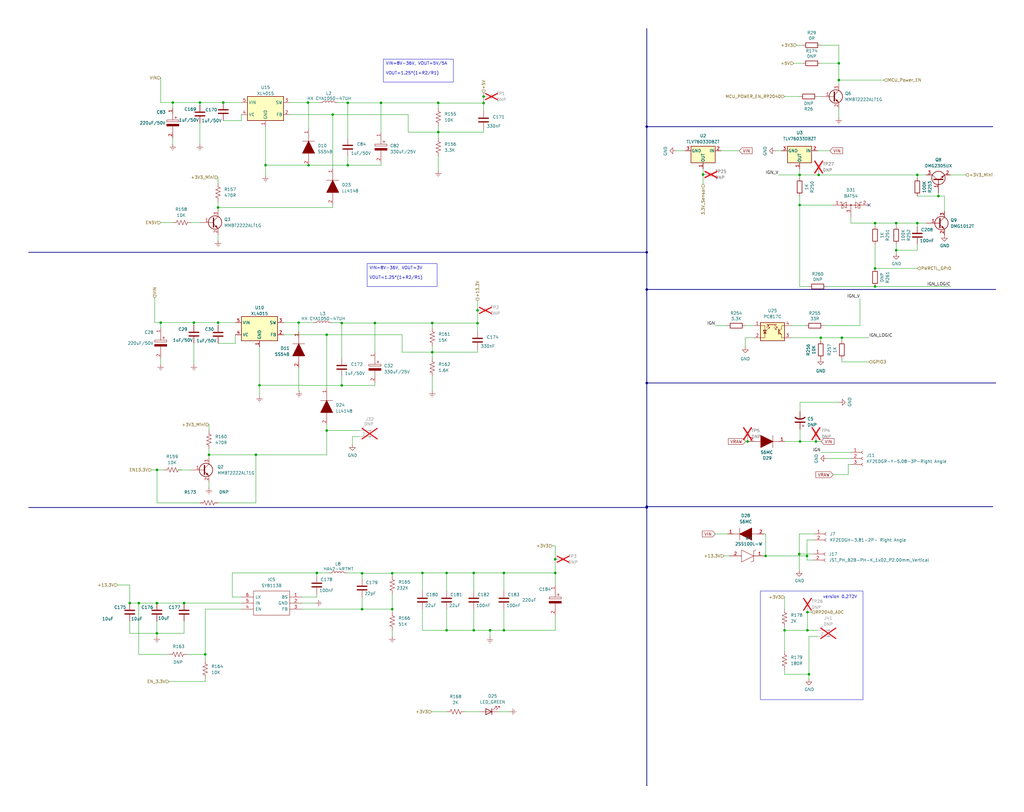
<source format=kicad_sch>
(kicad_sch (version 20231120) (generator "eeschema") (generator_version "8.0")
  (paper "User" 431 342)
  (junction (at 77.47 254))
  (junction (at 87.9567 191.5238))
  (junction (at 109.22 162.2591))
  (junction (at 66.04 266.7))
  (junction (at 295.91 73.4937))
  (junction (at 81.6019 135.89))
  (junction (at 314.6262 185.9298))
  (junction (at 133.35 241.3))
  (junction (at 66.04 254))
  (junction (at 200.9867 136.109))
  (junction (at 212.09 265.43))
  (junction (at 84.1419 43.18))
  (junction (at 160.3467 43.3232))
  (junction (at 181.9367 148.3438))
  (junction (at 386.08 73.66))
  (junction (at 345.44 142.24))
  (junction (at 129.5952 43.18))
  (junction (at 272.2111 106.2507))
  (junction (at 368.3 93.98))
  (junction (at 91.7921 135.89))
  (junction (at 272.2111 161.29))
  (junction (at 137.4867 181.3307))
  (junction (at 339.8499 265.43))
  (junction (at 368.3 120.65))
  (junction (at 72.7125 43.18))
  (junction (at 344.5606 73.66))
  (junction (at 368.3 113.03))
  (junction (at 184.4767 55.6338))
  (junction (at 212.09 241.3))
  (junction (at 330.2 265.43))
  (junction (at 354.33 142.24))
  (junction (at 203.5267 40.6677))
  (junction (at 137.4867 140.97))
  (junction (at 336.3771 233.348))
  (junction (at 111.76 69.5491))
  (junction (at 107.7044 191.5238))
  (junction (at 377.19 105.41))
  (junction (at 165.1 241.4213))
  (junction (at 336.722 185.9298))
  (junction (at 152.4 241.4213))
  (junction (at 336.55 86.36))
  (junction (at 336.55 73.66))
  (junction (at 339.6674 234.1477))
  (junction (at 129.8667 69.6038))
  (junction (at 272.2111 121.92))
  (junction (at 322.2448 234.1477))
  (junction (at 206.248 265.43))
  (junction (at 177.8 241.3))
  (junction (at 200.9867 130.7165))
  (junction (at 377.19 93.98))
  (junction (at 394.97 82.55))
  (junction (at 233.68 241.3))
  (junction (at 272.2111 53.34))
  (junction (at 340.4851 283.9561))
  (junction (at 143.8367 162.3138))
  (junction (at 187.96 265.43))
  (junction (at 66.0848 197.8738))
  (junction (at 91.7667 87.3838))
  (junction (at 152.4 256.54))
  (junction (at 146.3767 43.3232))
  (junction (at 140.0267 48.26))
  (junction (at 199.39 241.3))
  (junction (at 353.06 33.7136))
  (junction (at 67.6367 135.89))
  (junction (at 339.8499 257.81))
  (junction (at 386.08 93.98))
  (junction (at 54.61 254))
  (junction (at 343.4226 185.9298))
  (junction (at 157.8067 136.0332))
  (junction (at 272.2111 213.36))
  (junction (at 181.8942 136.0332))
  (junction (at 143.8367 136.0332))
  (junction (at 93.98 43.18))
  (junction (at 86.36 275.59))
  (junction (at 353.06 26.67))
  (junction (at 58.42 254))
  (junction (at 272.2111 213.7291))
  (junction (at 125.6954 135.89))
  (junction (at 203.5267 43.399))
  (junction (at 165.1 256.54))
  (junction (at 187.96 241.3))
  (junction (at 146.3767 69.6038))
  (junction (at 184.4342 43.3232))
  (junction (at 233.68 235.5096))
  (junction (at 199.39 265.43))
  (no_connect (at 365.76 86.36))
  (wire (pts (xy 81.6019 135.89) (xy 91.7921 135.89)))
  (wire (pts (xy 86.36 275.59) (xy 86.36 278.13)))
  (wire (pts (xy 140.0267 87.3838) (xy 140.0267 86.1138)))
  (wire (pts (xy 91.7667 88.6167) (xy 91.7825 88.6167)))
  (wire (pts (xy 177.8 241.3) (xy 165.1 241.3)))
  (wire (pts (xy 129.8667 54.3638) (xy 129.8667 43.18)))
  (wire (pts (xy 181.61 299.72) (xy 187.96 299.72)))
  (wire (pts (xy 137.4867 178.8238) (xy 137.4867 181.3307)))
  (wire (pts (xy 97.79 251.46) (xy 97.79 241.3)))
  (wire (pts (xy 143.8367 158.5038) (xy 143.8367 162.3138)))
  (wire (pts (xy 358.14 93.98) (xy 368.3 93.98)))
  (wire (pts (xy 133.35 241.3) (xy 133.35 242.57)))
  (wire (pts (xy 58.42 254) (xy 66.04 254)))
  (bus (pts (xy 272.2111 213.36) (xy 417.83 213.36)))
  (wire (pts (xy 111.76 69.5491) (xy 111.76 73.1676)))
  (wire (pts (xy 169.2367 148.3438) (xy 181.9367 148.3438)))
  (wire (pts (xy 203.5267 40.6677) (xy 203.5267 43.399)))
  (wire (pts (xy 203.5267 43.399) (xy 203.5267 46.7438)))
  (wire (pts (xy 157.8067 162.3138) (xy 143.8367 162.3138)))
  (wire (pts (xy 336.55 73.66) (xy 344.5606 73.66)))
  (wire (pts (xy 165.1 241.3) (xy 165.1 241.4213)))
  (bus (pts (xy 272.2111 161.29) (xy 419.1 161.29)))
  (wire (pts (xy 81.6019 137.16) (xy 81.6067 137.16)))
  (wire (pts (xy 339.6674 234.1477) (xy 339.6674 235.888)))
  (wire (pts (xy 377.19 102.87) (xy 377.19 105.41)))
  (wire (pts (xy 54.61 266.7) (xy 66.04 266.7)))
  (wire (pts (xy 284.48 63.5) (xy 288.29 63.5)))
  (wire (pts (xy 330.372 185.9298) (xy 336.722 185.9298)))
  (wire (pts (xy 80.3367 93.6967) (xy 80.3367 93.7338)))
  (wire (pts (xy 326.39 63.5) (xy 328.93 63.5)))
  (wire (pts (xy 109.22 162.2591) (xy 109.22 165.8776)))
  (wire (pts (xy 91.7667 101.3538) (xy 91.7667 98.7767)))
  (wire (pts (xy 314.6262 185.9298) (xy 315.132 185.9298)))
  (wire (pts (xy 339.8499 257.81) (xy 339.8499 265.43)))
  (wire (pts (xy 137.4867 181.3307) (xy 151.13 181.3307)))
  (wire (pts (xy 111.76 53.34) (xy 111.76 69.5491)))
  (wire (pts (xy 199.39 256.54) (xy 199.39 265.43)))
  (wire (pts (xy 199.39 265.43) (xy 206.248 265.43)))
  (wire (pts (xy 87.9542 191.5238) (xy 87.9542 192.835)))
  (wire (pts (xy 304.7183 234.112) (xy 304.7183 234.1477)))
  (wire (pts (xy 75.2542 197.915) (xy 75.2542 197.8738)))
  (wire (pts (xy 342.2775 235.888) (xy 339.6674 235.888)))
  (wire (pts (xy 195.58 299.72) (xy 201.93 299.72)))
  (wire (pts (xy 66.04 267.97) (xy 66.04 266.7)))
  (wire (pts (xy 143.51 136.0332) (xy 143.8367 136.0332)))
  (wire (pts (xy 143.8367 136.0332) (xy 157.8067 136.0332)))
  (wire (pts (xy 160.3467 55.6338) (xy 160.3467 43.3232)))
  (wire (pts (xy 91.7667 98.7767) (xy 91.7825 98.7767)))
  (wire (pts (xy 317.5 142.24) (xy 313.69 142.24)))
  (wire (pts (xy 397.51 82.55) (xy 394.97 82.55)))
  (wire (pts (xy 206.248 265.43) (xy 206.248 268.224)))
  (wire (pts (xy 84.1419 43.18) (xy 93.98 43.18)))
  (wire (pts (xy 199.39 241.3) (xy 187.96 241.3)))
  (bus (pts (xy 272.2111 161.29) (xy 272.2111 213.36)))
  (wire (pts (xy 353.06 26.67) (xy 345.44 26.67)))
  (wire (pts (xy 165.1 257.81) (xy 165.1 256.54)))
  (wire (pts (xy 336.55 86.36) (xy 350.52 86.36)))
  (wire (pts (xy 233.68 259.08) (xy 233.68 265.43)))
  (wire (pts (xy 132.0501 135.89) (xy 132.0501 135.8854)))
  (wire (pts (xy 121.92 43.18) (xy 129.5952 43.18)))
  (bus (pts (xy 12.0996 213.7291) (xy 272.2111 213.7291)))
  (wire (pts (xy 336.55 73.66) (xy 336.55 74.93)))
  (wire (pts (xy 87.9567 178.8238) (xy 87.9567 181.3638)))
  (wire (pts (xy 66.04 254) (xy 77.47 254)))
  (wire (pts (xy 157.8067 161.0438) (xy 157.8067 162.3138)))
  (wire (pts (xy 209.55 299.72) (xy 214.63 299.72)))
  (wire (pts (xy 67.6367 138.1838) (xy 67.6367 135.89)))
  (wire (pts (xy 87.9567 191.5238) (xy 107.7044 191.5238)))
  (wire (pts (xy 345.612 185.9298) (xy 343.4226 185.9298)))
  (wire (pts (xy 140.0267 48.26) (xy 140.0267 70.8738)))
  (wire (pts (xy 67.6367 135.89) (xy 81.6019 135.89)))
  (bus (pts (xy 12.0738 106.2507) (xy 272.2111 106.2507)))
  (wire (pts (xy 137.4867 181.3307) (xy 137.4867 191.5238)))
  (wire (pts (xy 54.61 261.62) (xy 54.61 266.7)))
  (wire (pts (xy 330.2 251.46) (xy 330.2 256.54)))
  (wire (pts (xy 91.7667 74.6838) (xy 91.7667 77.2238)))
  (wire (pts (xy 336.55 71.12) (xy 336.55 73.66)))
  (wire (pts (xy 386.08 93.98) (xy 389.89 93.98)))
  (wire (pts (xy 101.6 251.46) (xy 97.79 251.46)))
  (wire (pts (xy 109.22 146.05) (xy 109.22 162.2591)))
  (wire (pts (xy 101.6 256.54) (xy 86.36 256.54)))
  (wire (pts (xy 368.3 113.03) (xy 386.08 113.03)))
  (wire (pts (xy 353.06 26.67) (xy 353.06 33.7136)))
  (wire (pts (xy 133.35 241.3) (xy 138.43 241.3)))
  (wire (pts (xy 67.6367 93.7338) (xy 72.7167 93.7338)))
  (wire (pts (xy 181.9367 148.3438) (xy 181.9367 150.8838)))
  (wire (pts (xy 137.4867 140.97) (xy 169.2367 140.97)))
  (wire (pts (xy 177.8 241.3) (xy 177.8 248.92)))
  (wire (pts (xy 187.96 241.3) (xy 177.8 241.3)))
  (wire (pts (xy 330.2 283.9561) (xy 340.4851 283.9561)))
  (wire (pts (xy 157.8067 148.3438) (xy 157.8067 136.0332)))
  (wire (pts (xy 65.0967 125.4838) (xy 65.0967 135.89)))
  (wire (pts (xy 212.09 256.54) (xy 212.09 265.43)))
  (wire (pts (xy 86.36 287.02) (xy 86.36 285.75)))
  (wire (pts (xy 171.7767 55.6338) (xy 184.4767 55.6338)))
  (wire (pts (xy 212.09 241.3) (xy 212.09 248.92)))
  (wire (pts (xy 78.74 275.59) (xy 86.36 275.59)))
  (wire (pts (xy 165.1 250.19) (xy 165.1 256.54)))
  (wire (pts (xy 129.8667 69.5491) (xy 129.8667 69.6038)))
  (wire (pts (xy 146.05 43.3232) (xy 146.3767 43.3232)))
  (wire (pts (xy 353.06 33.7136) (xy 372.11 33.7136)))
  (wire (pts (xy 67.6367 150.8838) (xy 67.6367 153.4238)))
  (wire (pts (xy 336.3771 224.8877) (xy 336.3771 233.348)))
  (wire (pts (xy 93.98 50.8) (xy 101.6 50.8)))
  (wire (pts (xy 148.336 183.896) (xy 148.336 187.198)))
  (bus (pts (xy 272.2111 53.34) (xy 272.2111 106.2507)))
  (bus (pts (xy 272.2111 121.92) (xy 419.1 121.92)))
  (wire (pts (xy 350.692 199.8998) (xy 357.042 199.8998)))
  (wire (pts (xy 151.13 183.896) (xy 148.336 183.896)))
  (wire (pts (xy 184.4767 55.6338) (xy 184.4767 58.1738)))
  (wire (pts (xy 200.9867 136.109) (xy 200.9867 139.4538)))
  (bus (pts (xy 272.2111 121.92) (xy 272.2111 161.29)))
  (wire (pts (xy 184.4342 43.3232) (xy 184.4767 43.3232)))
  (wire (pts (xy 87.9542 205.4938) (xy 87.9567 205.4938)))
  (wire (pts (xy 212.09 241.3) (xy 199.39 241.3)))
  (wire (pts (xy 72.7125 58.1395) (xy 72.7125 60.7138)))
  (wire (pts (xy 339.6674 227.4277) (xy 339.6674 234.1477)))
  (wire (pts (xy 303.53 63.5) (xy 311.15 63.5)))
  (wire (pts (xy 184.4767 53.0938) (xy 184.4767 55.6338)))
  (wire (pts (xy 81.6067 137.16) (xy 81.6067 136.9138)))
  (wire (pts (xy 181.9367 148.3438) (xy 200.9867 148.3438)))
  (wire (pts (xy 313.862 185.9298) (xy 314.6262 185.9298)))
  (wire (pts (xy 386.08 102.87) (xy 386.08 105.41)))
  (wire (pts (xy 87.9567 188.9838) (xy 87.9567 191.5238)))
  (wire (pts (xy 146.3767 65.7938) (xy 146.3767 69.6038)))
  (wire (pts (xy 129.8667 43.18) (xy 129.5952 43.18)))
  (wire (pts (xy 313.69 137.16) (xy 317.5 137.16)))
  (wire (pts (xy 63.8267 197.8738) (xy 66.0848 197.8738)))
  (wire (pts (xy 109.22 162.2591) (xy 127.3267 162.2591)))
  (bus (pts (xy 272.2111 106.2507) (xy 272.2111 121.92)))
  (wire (pts (xy 233.68 229.87) (xy 233.68 235.5096)))
  (wire (pts (xy 300.99 137.16) (xy 306.07 137.16)))
  (wire (pts (xy 336.55 86.36) (xy 336.55 120.65)))
  (wire (pts (xy 342.2775 233.348) (xy 336.3771 233.348)))
  (wire (pts (xy 146.3767 43.3232) (xy 160.3467 43.3232)))
  (wire (pts (xy 54.61 254) (xy 58.42 254)))
  (wire (pts (xy 322.2448 224.8972) (xy 322.2448 234.1477)))
  (wire (pts (xy 65.0967 135.89) (xy 67.6367 135.89)))
  (wire (pts (xy 340.4851 283.9561) (xy 340.4851 285.9585)))
  (wire (pts (xy 386.08 95.25) (xy 386.08 93.98)))
  (wire (pts (xy 336.3771 233.348) (xy 336.3771 240.1882)))
  (wire (pts (xy 101.6 50.8) (xy 101.6 48.26)))
  (wire (pts (xy 332.74 137.16) (xy 339.09 137.16)))
  (wire (pts (xy 77.47 254) (xy 101.6 254)))
  (wire (pts (xy 181.9367 138.1838) (xy 181.9367 136.0332)))
  (wire (pts (xy 152.4 241.3) (xy 152.4 241.4213)))
  (wire (pts (xy 49.53 246.38) (xy 54.61 246.38)))
  (wire (pts (xy 394.97 82.55) (xy 394.97 81.28)))
  (wire (pts (xy 181.9367 145.8038) (xy 181.9367 148.3438)))
  (wire (pts (xy 111.76 69.5491) (xy 129.8667 69.5491)))
  (wire (pts (xy 353.06 45.72) (xy 353.06 49.53)))
  (wire (pts (xy 160.3467 43.3232) (xy 184.4342 43.3232)))
  (bus (pts (xy 272.2111 213.36) (xy 272.2111 213.7291)))
  (wire (pts (xy 125.73 154.94) (xy 125.73 164.7013)))
  (wire (pts (xy 233.68 246.38) (xy 233.68 241.3)))
  (wire (pts (xy 199.39 241.3) (xy 199.39 248.92)))
  (wire (pts (xy 200.9867 126.7538) (xy 200.9867 130.7165)))
  (wire (pts (xy 200.9867 136.109) (xy 181.8942 136.109)))
  (wire (pts (xy 84.1419 44.45) (xy 84.1419 43.18)))
  (bus (pts (xy 272.2111 213.7291) (xy 272.2111 330.8199)))
  (wire (pts (xy 233.68 235.5096) (xy 233.68 241.3)))
  (wire (pts (xy 66.04 261.62) (xy 66.04 266.7)))
  (wire (pts (xy 357.042 195.58) (xy 358.0952 195.58)))
  (wire (pts (xy 233.68 241.3) (xy 212.09 241.3)))
  (wire (pts (xy 184.4767 55.6338) (xy 203.5267 55.6338)))
  (wire (pts (xy 119.38 140.97) (xy 137.4867 140.97)))
  (wire (pts (xy 203.5267 55.6338) (xy 203.5267 54.3638)))
  (wire (pts (xy 187.96 241.3) (xy 187.96 248.92)))
  (wire (pts (xy 107.7044 211.7633) (xy 107.7044 191.5238)))
  (wire (pts (xy 330.2 265.43) (xy 330.2 274.32)))
  (wire (pts (xy 127.3267 162.3138) (xy 143.8367 162.3138)))
  (wire (pts (xy 353.06 33.7136) (xy 353.06 35.56)))
  (wire (pts (xy 91.7667 87.3838) (xy 140.0267 87.3838)))
  (wire (pts (xy 84.1625 93.6967) (xy 80.3367 93.6967)))
  (wire (pts (xy 295.91 71.12) (xy 295.91 73.4937)))
  (wire (pts (xy 353.06 19.05) (xy 353.06 26.67)))
  (wire (pts (xy 304.7183 234.1477) (xy 307.0048 234.1477)))
  (wire (pts (xy 344.17 265.43) (xy 339.8499 265.43)))
  (wire (pts (xy 361.95 137.16) (xy 346.71 137.16)))
  (wire (pts (xy 152.4 251.46) (xy 152.4 256.54)))
  (wire (pts (xy 75.2542 197.8738) (xy 76.5267 197.8738)))
  (wire (pts (xy 84.1467 44.45) (xy 84.1467 44.2038)))
  (wire (pts (xy 91.7921 144.6065) (xy 99.06 144.6065)))
  (wire (pts (xy 295.91 73.4937) (xy 295.91 77.47)))
  (wire (pts (xy 86.36 256.54) (xy 86.36 275.59)))
  (wire (pts (xy 160.3467 68.3338) (xy 160.3467 69.6038)))
  (wire (pts (xy 67.6367 32.7738) (xy 67.6367 43.18)))
  (wire (pts (xy 125.6954 135.89) (xy 132.0501 135.89)))
  (wire (pts (xy 377.19 105.41) (xy 386.08 105.41)))
  (wire (pts (xy 81.6067 144.5338) (xy 81.6067 153.4238)))
  (wire (pts (xy 91.7921 135.89) (xy 99.06 135.89)))
  (wire (pts (xy 151.13 181.3307) (xy 151.13 181.356)))
  (wire (pts (xy 368.3 93.98) (xy 368.3 95.25)))
  (wire (pts (xy 184.4342 43.399) (xy 184.4342 43.3232)))
  (wire (pts (xy 344.17 267.97) (xy 340.4851 267.97)))
  (wire (pts (xy 344.5606 73.66) (xy 386.08 73.66)))
  (wire (pts (xy 342.6375 224.8877) (xy 336.3771 224.8877)))
  (wire (pts (xy 146.05 43.1754) (xy 146.05 43.3232)))
  (wire (pts (xy 66.0848 197.8738) (xy 68.9067 197.8738)))
  (wire (pts (xy 87.9542 202.995) (xy 87.9542 205.4938)))
  (wire (pts (xy 233.68 265.43) (xy 212.09 265.43)))
  (wire (pts (xy 336.55 82.55) (xy 336.55 86.36)))
  (wire (pts (xy 71.12 287.02) (xy 86.36 287.02)))
  (wire (pts (xy 357.042 199.8998) (xy 357.042 195.58)))
  (wire (pts (xy 125.6954 139.7) (xy 125.73 139.7)))
  (wire (pts (xy 377.19 105.41) (xy 377.19 106.68)))
  (wire (pts (xy 345.44 19.05) (xy 353.06 19.05)))
  (wire (pts (xy 165.1 256.54) (xy 152.4 256.54)))
  (wire (pts (xy 160.3467 69.6038) (xy 146.3767 69.6038)))
  (wire (pts (xy 91.7921 135.89) (xy 91.7921 136.9865)))
  (wire (pts (xy 306.2339 224.8877) (xy 301.0365 224.8877)))
  (wire (pts (xy 109.2247 165.8776) (xy 109.2247 166.707)))
  (wire (pts (xy 345.44 142.24) (xy 332.74 142.24)))
  (wire (pts (xy 187.96 265.43) (xy 199.39 265.43)))
  (wire (pts (xy 72.7125 45.4395) (xy 72.7125 43.18)))
  (wire (pts (xy 143.51 135.8854) (xy 139.6701 135.8854)))
  (wire (pts (xy 133.35 250.19) (xy 133.35 251.46)))
  (wire (pts (xy 340.4851 267.97) (xy 340.4851 283.9561)))
  (wire (pts (xy 66.0848 211.7633) (xy 66.0848 197.8738)))
  (wire (pts (xy 334.01 26.67) (xy 337.82 26.67)))
  (wire (pts (xy 339.6674 227.4277) (xy 342.6375 227.4277)))
  (wire (pts (xy 330.2 281.94) (xy 330.2 283.9561)))
  (wire (pts (xy 203.5267 39.1238) (xy 203.5267 40.6677)))
  (wire (pts (xy 66.04 266.7) (xy 77.47 266.7)))
  (wire (pts (xy 87.9542 191.5238) (xy 87.9567 191.5238)))
  (wire (pts (xy 386.08 74.93) (xy 386.08 73.66)))
  (wire (pts (xy 181.8942 136.109) (xy 181.8942 136.0332)))
  (wire (pts (xy 58.42 275.59) (xy 58.42 254)))
  (wire (pts (xy 129.5952 43.18) (xy 129.5952 43.1754)))
  (wire (pts (xy 54.61 246.38) (xy 54.61 254)))
  (wire (pts (xy 232.41 229.87) (xy 233.68 229.87)))
  (wire (pts (xy 165.1 242.57) (xy 165.1 241.4213)))
  (wire (pts (xy 125.73 164.7013) (xy 125.8771 164.7013)))
  (wire (pts (xy 146.05 43.1754) (xy 142.2101 43.1754)))
  (wire (pts (xy 84.1515 211.7633) (xy 66.0848 211.7633)))
  (wire (pts (xy 140.0267 48.26) (xy 171.7767 48.26)))
  (bus (pts (xy 272.2111 330.8199) (xy 272.3431 330.8199)))
  (wire (pts (xy 121.92 48.26) (xy 140.0267 48.26)))
  (wire (pts (xy 330.2 264.16) (xy 330.2 265.43)))
  (wire (pts (xy 165.1 241.4213) (xy 152.4 241.4213)))
  (wire (pts (xy 344.17 63.5) (xy 349.25 63.5)))
  (wire (pts (xy 347.98 120.65) (xy 368.3 120.65)))
  (wire (pts (xy 184.4767 45.4738) (xy 184.4767 43.3232)))
  (wire (pts (xy 361.95 125.73) (xy 361.95 137.16)))
  (wire (pts (xy 111.7647 73.1676) (xy 111.7647 73.997)))
  (wire (pts (xy 152.4 256.54) (xy 127 256.54)))
  (wire (pts (xy 354.33 142.24) (xy 345.44 142.24)))
  (wire (pts (xy 129.5952 43.1754) (xy 134.5901 43.1754)))
  (wire (pts (xy 157.8067 136.0332) (xy 181.8942 136.0332)))
  (wire (pts (xy 336.722 169.4198) (xy 336.722 173.2298)))
  (wire (pts (xy 77.47 261.62) (xy 77.47 266.7)))
  (wire (pts (xy 377.19 93.98) (xy 377.19 95.25)))
  (wire (pts (xy 137.4867 140.97) (xy 137.4867 163.5838)))
  (wire (pts (xy 400.05 120.65) (xy 368.3 120.65)))
  (wire (pts (xy 206.248 265.43) (xy 212.09 265.43)))
  (wire (pts (xy 327.66 73.66) (xy 336.55 73.66)))
  (wire (pts (xy 72.7125 60.7138) (xy 72.7167 60.7138)))
  (wire (pts (xy 306.2339 224.8972) (xy 306.2339 224.8877)))
  (wire (pts (xy 72.7125 43.18) (xy 84.1419 43.18)))
  (wire (pts (xy 177.8 256.54) (xy 177.8 265.43)))
  (wire (pts (xy 143.8367 136.0332) (xy 143.8367 150.8838)))
  (wire (pts (xy 200.9867 148.3438) (xy 200.9867 147.0738)))
  (wire (pts (xy 347.98 193.04) (xy 358.0952 193.04)))
  (wire (pts (xy 341.63 257.81) (xy 339.8499 257.81)))
  (wire (pts (xy 99.06 144.6065) (xy 99.06 140.97)))
  (wire (pts (xy 146.3767 43.3232) (xy 146.3767 58.1738)))
  (wire (pts (xy 339.8499 265.43) (xy 330.2 265.43)))
  (wire (pts (xy 365.76 152.4) (xy 354.33 152.4)))
  (wire (pts (xy 177.8 265.43) (xy 187.96 265.43)))
  (wire (pts (xy 129.8667 69.6038) (xy 146.3767 69.6038)))
  (wire (pts (xy 127.3267 162.2591) (xy 127.3267 162.3138)))
  (wire (pts (xy 368.3 102.87) (xy 368.3 113.03)))
  (wire (pts (xy 109.22 165.8776) (xy 109.2247 165.8776)))
  (wire (pts (xy 397.51 82.55) (xy 397.51 88.9)))
  (wire (pts (xy 184.4767 65.7938) (xy 184.4767 71.8898)))
  (wire (pts (xy 84.1419 44.45) (xy 84.1467 44.45)))
  (wire (pts (xy 386.08 93.98) (xy 377.19 93.98)))
  (wire (pts (xy 67.6367 43.18) (xy 72.7125 43.18)))
  (wire (pts (xy 187.96 256.54) (xy 187.96 265.43)))
  (wire (pts (xy 354.33 142.24) (xy 365.76 142.24)))
  (wire (pts (xy 71.12 275.59) (xy 58.42 275.59)))
  (wire (pts (xy 400.05 73.66) (xy 406.4 73.66)))
  (wire (pts (xy 386.08 73.66) (xy 389.89 73.66)))
  (wire (pts (xy 340.36 120.65) (xy 336.55 120.65)))
  (wire (pts (xy 91.7667 87.3838) (xy 91.7667 88.6167)))
  (wire (pts (xy 200.9867 130.7165) (xy 200.9867 136.109)))
  (wire (pts (xy 377.19 93.98) (xy 368.3 93.98)))
  (wire (pts (xy 169.2367 140.97) (xy 169.2367 148.3438)))
  (wire (pts (xy 354.33 152.4) (xy 354.33 151.13)))
  (wire (pts (xy 203.5267 43.399) (xy 184.4342 43.399)))
  (wire (pts (xy 330.2 40.64) (xy 336.55 40.64)))
  (wire (pts (xy 345.44 190.5) (xy 358.0952 190.5)))
  (wire (pts (xy 75.2542 197.915) (xy 80.3342 197.915)))
  (wire (pts (xy 345.44 142.24) (xy 345.44 143.51)))
  (wire (pts (xy 91.7667 84.8438) (xy 91.7667 87.3838)))
  (wire (pts (xy 181.9367 158.5038) (xy 181.9367 164.5998)))
  (wire (pts (xy 81.6019 137.16) (xy 81.6019 135.89)))
  (wire (pts (xy 322.2448 234.1477) (xy 339.6674 234.1477)))
  (wire (pts (xy 171.7767 48.26) (xy 171.7767 55.6338)))
  (wire (pts (xy 133.35 251.46) (xy 127 251.46)))
  (wire (pts (xy 354.33 143.51) (xy 354.33 142.24)))
  (wire (pts (xy 146.05 241.3) (xy 152.4 241.3)))
  (wire (pts (xy 84.1467 51.8238) (xy 84.1467 60.7138)))
  (wire (pts (xy 336.722 185.9298) (xy 343.4226 185.9298)))
  (wire (pts (xy 335.28 19.05) (xy 337.82 19.05)))
  (wire (pts (xy 107.7044 191.5238) (xy 137.4867 191.5238)))
  (wire (pts (xy 353.232 169.4198) (xy 336.722 169.4198)))
  (wire (pts (xy 165.1 265.43) (xy 165.1 267.97)))
  (wire (pts (xy 119.38 135.89) (xy 125.6954 135.89)))
  (wire (pts (xy 344.17 40.64) (xy 345.44 40.64)))
  (wire (pts (xy 313.69 142.24) (xy 313.69 146.05)))
  (wire (pts (xy 127 254) (xy 132.8116 254)))
  (wire (pts (xy 336.722 180.8498) (xy 336.722 185.9298)))
  (wire (pts (xy 181.8942 136.0332) (xy 181.9367 136.0332)))
  (wire (pts (xy 143.51 135.8854) (xy 143.51 136.0332)))
  (wire (pts (xy 386.08 82.55) (xy 394.97 82.55)))
  (bus (pts (xy 272.2111 53.34) (xy 417.83 53.34)))
  (wire (pts (xy 93.98 43.18) (xy 101.6 43.18)))
  (wire (pts (xy 321.4739 224.8972) (xy 322.2448 224.8972)))
  (bus (pts (xy 272.2111 12.0238) (xy 272.2111 53.34)))
  (wire (pts (xy 152.4 241.4213) (xy 152.4 243.84)))
  (wire (pts (xy 111.76 73.1676) (xy 111.7647 73.1676)))
  (wire (pts (xy 97.79 241.3) (xy 133.35 241.3)))
  (wire (pts (xy 91.7715 211.7633) (xy 107.7044 211.7633)))
  (wire (pts (xy 125.6954 135.89) (xy 125.6954 139.7)))
  (wire (pts (xy 358.14 91.44) (xy 358.14 93.98)))
  (rectangle (start 320.04 248.92) (end 363.22 294.64))
  (text_box "VIN=8V-36V, VOUT=3V\n\nVOUT=1.25*(1+R2/R1)" (at 154.5047 111.0058 0) (size 29.464 9.652) (effects (font (size 1.27 1.27)) (justify left top)))
  (text_box "VIN=8V-36V, VOUT=5V/5A\n\nVOUT=1.25*(1+R2/R1)" (at 161.3627 24.8998 0) (size 29.464 9.652) (effects (font (size 1.27 1.27)) (justify left top)))
  (text "version 0.272V\n" (at 353.568 251.46 0) (effects (font (size 1.27 1.27))))
  (label "IGN" (at 345.44 190.5 180))
  (label "IGN_V" (at 327.66 73.66 180))
  (label "IGN_V" (at 361.95 125.73 180))
  (label "IGN" (at 300.99 137.16 180))
  (label "IGN_LOGIC" (at 365.76 142.24 0))
  (label "IGN_LOGIC" (at 400.05 120.65 180))
  (global_label "VIN" (shape input) (at 311.15 63.5 0) (property "Intersheetrefs" "${INTERSHEET_REFS}" (effects (hide yes))))
  (global_label "VRAW" (shape input) (at 350.692 199.8998 180) (property "Intersheetrefs" "${INTERSHEET_REFS}" (effects (hide yes))))
  (global_label "VIN" (shape input) (at 301.0365 224.8877 180) (property "Intersheetrefs" "${INTERSHEET_REFS}" (effects (hide yes))))
  (global_label "VRAW" (shape input) (at 313.862 185.9298 180) (property "Intersheetrefs" "${INTERSHEET_REFS}" (effects (hide yes))))
  (global_label "VIN" (shape input) (at 345.612 185.9298 0) (property "Intersheetrefs" "${INTERSHEET_REFS}" (effects (hide yes))))
  (global_label "VIN" (shape input) (at 349.25 63.5 0) (property "Intersheetrefs" "${INTERSHEET_REFS}" (effects (hide yes))))
  (hierarchical_label "EN5V" (shape input) (at 67.6367 93.7338 180))
  (hierarchical_label "MCU_POWER_EN_RP2040" (shape input) (at 330.2 40.64 180))
  (hierarchical_label "RP2040_ADC" (shape input) (at 341.63 257.81 0))
  (hierarchical_label "+13.3V" (shape input) (at 49.53 246.38 180))
  (hierarchical_label "+5V" (shape input) (at 203.5267 39.1238 90))
  (hierarchical_label "+3V3_Mini" (shape input) (at 406.4 73.66 0))
  (hierarchical_label "+5V" (shape input) (at 334.01 26.67 180))
  (hierarchical_label "VIN" (shape input) (at 65.0967 125.4838 90))
  (hierarchical_label "EN_3.3V" (shape input) (at 71.12 287.02 180))
  (hierarchical_label "EN13.3V" (shape input) (at 63.8267 197.8738 180))
  (hierarchical_label "MCU_Power_EN" (shape input) (at 372.11 33.7136 0))
  (hierarchical_label "+3V3_Mini" (shape input) (at 91.7667 74.6838 180))
  (hierarchical_label "+3V3_Mini" (shape input) (at 87.9567 178.8238 180))
  (hierarchical_label "+3V3" (shape input) (at 330.2 251.46 180))
  (hierarchical_label "+13.3V" (shape input) (at 200.9867 126.7538 90))
  (hierarchical_label "VIN" (shape input) (at 67.6367 32.7738 180))
  (hierarchical_label "PWRCTL_GPIO" (shape input) (at 386.08 113.03 0))
  (hierarchical_label "GPIO3" (shape input) (at 365.76 152.4 0))
  (hierarchical_label "+3V3" (shape input) (at 181.61 299.72 180))
  (hierarchical_label "+3V3" (shape input) (at 232.41 229.87 180))
  (hierarchical_label "+13.3V" (shape input) (at 304.7183 234.112 180))
  (hierarchical_label "3.3V_Sensor" (shape input) (at 295.91 77.47 270))
  (hierarchical_label "+3V3" (shape input) (at 335.28 19.05 180))
  (symbol (lib_id "Device:R_US") (at 181.9367 154.6938 0) (unit 1)
    (property "Reference" "R162" (at 184.4767 153.4237 0) (effects (justify left)))
    (property "Value" "1.6K" (at 184.4767 155.9637 0) (effects (justify left)))
    (property "Footprint" "Resistor_SMD:R_0603_1608Metric" (effects (hide yes)))
    (property "Description" "Resistor, US symbol" (effects (hide yes)))
    (property "MPN" "0603WAF1601T5E" (effects (hide yes)))
  )
  (symbol (lib_id "Device:R") (at 309.88 137.16 270) (unit 1)
    (property "Reference" "R254" (at 309.88 131.9022 90))
    (property "Value" "3.3K" (at 309.88 134.2136 90))
    (property "Footprint" "Resistor_SMD:R_0603_1608Metric" (effects (hide yes)))
    (property "MPN" "0603WAF3301T5E" (effects (hide yes)))
  )
  (symbol (lib_id "power:GND") (at 284.48 63.5 270) (unit 1)
    (property "Reference" "#PWR0125" (effects (hide yes)))
    (property "Value" "GND" (at 280.0858 63.627 0))
  )
  (symbol (lib_id "Device:L") (at 135.8601 135.8854 90) (unit 1)
    (property "Reference" "L3" (at 135.8601 132.0754 90))
    (property "Value" "HX CYA1050-47UH" (at 136.0742 134.1794 90))
    (property "Footprint" "CYA1050-47UH:L_Bourns_SRR1208_12.7x12.7mm" (effects (hide yes)))
    (property "MPN" "HX CYA1050-47UH" (effects (hide yes)))
  )
  (symbol (lib_id "SS54B:SS54B") (at 129.8667 54.3638 270) (unit 1)
    (property "Reference" "D10" (at 133.6767 61.3488 90) (effects (justify left)))
    (property "Value" "SS54B" (at 133.6767 63.8888 90) (effects (justify left)))
    (property "Footprint" "Library:SS54B" (effects (hide yes)))
    (property "Datasheet" "https://datasheet.datasheetarchive.com/originals/distributors/Datasheets-3/DSA-43270.pdf" (effects (hide yes)))
    (property "Description" "HY Electronic Corp SS54B, SMT Rectifier Schottky Diode, 40V 5A, 2-Pin SMB" (effects (hide yes)))
    (property "Height" "2.44" (effects (hide yes)))
    (property "Manufacturer_Name" "HY Electronic" (effects (hide yes)))
    (property "Manufacturer_Part_Number" "SS54B" (effects (hide yes)))
    (property "MPN" "SS54B" (effects (hide yes)))
  )
  (symbol (lib_id "Device:R_US") (at 181.9367 141.9938 0) (unit 1)
    (property "Reference" "R161" (at 184.4767 140.7237 0) (effects (justify left)))
    (property "Value" "15K" (at 184.4767 143.2637 0) (effects (justify left)))
    (property "Footprint" "Resistor_SMD:R_0603_1608Metric" (effects (hide yes)))
    (property "Description" "Resistor, US symbol" (effects (hide yes)))
    (property "MPN" "0603WAF1502T5E" (effects (hide yes)))
  )
  (symbol (lib_id "Device:R") (at 344.17 120.65 270) (unit 1)
    (property "Reference" "R260" (at 344.17 115.3922 90))
    (property "Value" "DNP" (at 344.17 117.7036 90))
    (property "Footprint" "Resistor_SMD:R_0603_1608Metric" (effects (hide yes)))
  )
  (symbol (lib_id "Device:R_US") (at 72.7167 197.8738 90) (unit 1)
    (property "Reference" "R159" (at 72.4627 192.2858 90))
    (property "Value" "10K" (at 72.4627 194.8258 90))
    (property "Footprint" "Resistor_SMD:R_0603_1608Metric" (effects (hide yes)))
    (property "Description" "Resistor, US symbol" (effects (hide yes)))
    (property "MPN" "0603WAF1002T5E" (effects (hide yes)))
  )
  (symbol (lib_id "Device:C") (at 187.96 252.73 180) (unit 1)
    (property "Reference" "C181" (at 189.484 250.444 0) (effects (justify right)))
    (property "Value" "22uF" (at 188.976 255.016 0) (effects (justify right)))
    (property "Footprint" "Capacitor_SMD:C_0603_1608Metric" (effects (hide yes)))
    (property "MPN" "CL10A226MQ8NRNC" (effects (hide yes)))
  )
  (symbol (lib_id "power:GND") (at 326.39 63.5 270) (unit 1)
    (property "Reference" "#PWR0124" (effects (hide yes)))
    (property "Value" "GND" (at 321.9958 63.627 0))
  )
  (symbol (lib_id "power:GND") (at 340.4851 285.9585 0) (unit 1)
    (property "Reference" "#PWR0237" (effects (hide yes)))
    (property "Value" "GND" (at 340.6121 290.3527 0))
  )
  (symbol (lib_id "Device:C") (at 177.8 252.73 180) (unit 1)
    (property "Reference" "C180" (at 179.324 250.444 0) (effects (justify right)))
    (property "Value" "22uF" (at 178.816 255.016 0) (effects (justify right)))
    (property "Footprint" "Capacitor_SMD:C_0603_1608Metric" (effects (hide yes)))
    (property "MPN" "CL10A226MQ8NRNC" (effects (hide yes)))
  )
  (symbol (lib_id "Device:R_US") (at 191.77 299.72 90) (unit 1)
    (property "Reference" "R168" (at 191.77 293.37 90))
    (property "Value" "2K" (at 191.77 295.91 90))
    (property "Footprint" "Resistor_SMD:R_0603_1608Metric" (effects (hide yes)))
    (property "Description" "Resistor, US symbol" (effects (hide yes)))
    (property "MPN" "0603WAF2001T5E" (effects (hide yes)))
  )
  (symbol (lib_id "Device:C") (at 152.4 247.65 180) (unit 1)
    (property "Reference" "C179" (at 153.924 245.364 0) (effects (justify right)))
    (property "Value" "22pF" (at 153.416 249.936 0) (effects (justify right)))
    (property "Footprint" "Capacitor_SMD:C_0603_1608Metric" (effects (hide yes)))
    (property "MPN" "CL10C220JB8NNNC" (effects (hide yes)))
  )
  (symbol (lib_id "Device:C") (at 133.35 246.38 180) (unit 1)
    (property "Reference" "C178" (at 134.874 244.094 0) (effects (justify right)))
    (property "Value" "100nF" (at 134.366 248.666 0) (effects (justify right)))
    (property "Footprint" "Capacitor_SMD:C_0603_1608Metric" (effects (hide yes)))
    (property "MPN" "0603B104K500NT" (effects (hide yes)))
  )
  (symbol (lib_id "Device:C") (at 54.61 257.81 180) (unit 1)
    (property "Reference" "C175" (at 48.006 255.778 0) (effects (justify right)))
    (property "Value" "10uF" (at 42.926 260.604 0) (effects (justify right)))
    (property "Footprint" "Capacitor_SMD:C_0603_1608Metric" (effects (hide yes)))
    (property "MPN" " CL10A106MO8NQNC" (effects (hide yes)))
  )
  (symbol (lib_id "power:Earth") (at 87.9567 205.4938 0) (unit 1)
    (property "Reference" "#PWR0193" (effects (hide yes)))
    (property "Value" "Earth" (effects (hide yes)))
    (property "Description" "Power symbol creates a global label with name \"Earth\"" (effects (hide yes)))
  )
  (symbol (lib_name "GND_1") (lib_id "power:GND") (at 148.336 187.198 0) (unit 1)
    (property "Reference" "#PWR0163" (effects (hide yes)))
    (property "Value" "GND" (at 148.336 191.77 0))
    (property "Description" "Power symbol creates a global label with name \"GND\" , ground" (effects (hide yes)))
  )
  (symbol (lib_id "Device:R") (at 368.3 116.84 180) (unit 1)
    (property "Reference" "R261" (at 373.5578 116.84 90))
    (property "Value" "DNP" (at 371.2464 116.84 90))
    (property "Footprint" "Resistor_SMD:R_0603_1608Metric" (effects (hide yes)))
  )
  (symbol (lib_id "power:Earth") (at 353.06 49.53 0) (unit 1)
    (property "Reference" "#PWR049" (effects (hide yes)))
    (property "Value" "Earth" (effects (hide yes)))
    (property "Description" "Power symbol creates a global label with name \"Earth\"" (effects (hide yes)))
  )
  (symbol (lib_id "power:Earth") (at 81.6067 153.4238 0) (unit 1)
    (property "Reference" "#PWR0192" (effects (hide yes)))
    (property "Value" "Earth" (effects (hide yes)))
    (property "Description" "Power symbol creates a global label with name \"Earth\"" (effects (hide yes)))
  )
  (symbol (lib_id "Device:L") (at 142.24 241.3 90) (unit 1)
    (property "Reference" "L8" (at 142.24 237.49 90))
    (property "Value" "HA42-4R7MT" (at 142.4541 239.594 90))
    (property "Footprint" "Pro V3:Inductor_0402_4.7uH" (effects (hide yes)))
    (property "MPN" "HA42-4R7MT" (effects (hide yes)))
  )
  (symbol (lib_id "Sensor_Proximity:SFH9201") (at 325.12 139.7 0) (unit 1)
    (property "Reference" "U25" (at 325.12 130.81 0))
    (property "Value" "PC817C" (at 325.12 133.35 0))
    (property "Footprint" "HDMI 2.0 TX:PC817" (effects (hide yes)))
    (property "MPN" "PC817C_4PIN_SMD" (effects (hide yes)))
  )
  (symbol (lib_id "Device:C") (at 386.08 99.06 180) (unit 1)
    (property "Reference" "C208" (at 387.604 96.774 0) (effects (justify right)))
    (property "Value" "100nF" (at 387.096 101.346 0) (effects (justify right)))
    (property "Footprint" "Capacitor_SMD:C_0603_1608Metric" (effects (hide yes)))
    (property "MPN" "0603B104K500NT" (effects (hide yes)))
  )
  (symbol (lib_id "power:GND") (at 347.98 193.04 270) (unit 1)
    (property "Reference" "#PWR0207" (effects (hide yes)))
    (property "Value" "GND" (at 343.5858 193.167 0))
  )
  (symbol (lib_id "UWT1E331MNL1GS:UWT1E331MNL1GS") (at 160.3467 55.6338 270) (unit 1)
    (property "Reference" "C82" (at 164.1567 61.3488 90) (effects (justify left)))
    (property "Value" "330uF/25V" (at 164.1567 63.8888 90) (effects (justify left)))
    (property "Footprint" "Capacitor_SMD:C_Elec_8x10.2" (effects (hide yes)))
    (property "Datasheet" "https://datasheet.lcsc.com/lcsc/2211031700_KNSCHA-RVT330UF25V167RV0055_C5246574.pdf" (effects (hide yes)))
    (property "Description" "Nichicon Aluminium Electrolytic Capacitor 330uF 25V dc 8mm WT Series, Surface Mount Electrolytic, +/-20% 8 (Dia.) x 10mm" (effects (hide yes)))
    (property "Height" "10.5" (effects (hide yes)))
    (property "Manufacturer_Name" "Nichicon" (effects (hide yes)))
    (property "Manufacturer_Part_Number" "RVT330UF25V167RV0055 " (effects (hide yes)))
    (property "MPN" "RVT1E331M0810" (effects (hide yes)))
  )
  (symbol (lib_id "Device:R_US") (at 76.5267 93.7338 90) (unit 1)
    (property "Reference" "R158" (at 76.2727 88.1458 90))
    (property "Value" "10K" (at 76.2727 90.6858 90))
    (property "Footprint" "Resistor_SMD:R_0603_1608Metric" (effects (hide yes)))
    (property "Description" "Resistor, US symbol" (effects (hide yes)))
    (property "MPN" "0603WAF1002T5E" (effects (hide yes)))
  )
  (symbol (lib_name "LM1117-3.3_1") (lib_id "Regulator_Linear:LM1117-3.3") (at 336.55 63.5 0) (unit 1)
    (property "Reference" "U3" (at 336.55 55.88 0))
    (property "Value" "TLV76033DBZT" (at 336.55 58.42 0))
    (property "Footprint" "Package_TO_SOT_SMD:SOT-23" (effects (hide yes)))
    (property "Datasheet" "http://www.ti.com/lit/ds/symlink/lm1117.pdf" (effects (hide yes)))
    (property "MPN" "TLV76033DBZT" (effects (hide yes)))
  )
  (symbol (lib_id "SS54B:SS54B") (at 330.372 185.9298 180) (unit 1)
    (property "Reference" "D29" (at 322.9 192.9067 0))
    (property "Value" "S6MC" (at 322.6896 190.5224 0))
    (property "Footprint" "Diode_SMD:S6MC" (effects (hide yes)))
    (property "Datasheet" "https://www.lcsc.com/product-detail/Diodes-General-Purpose_Shandong-Jingdao-Microelectronics-S6MC_C382843.html" (effects (hide yes)))
    (property "Manufacturer_Part_Number" "SS54B" (effects (hide yes)))
    (property "Mouser Part Number" "S6MC" (effects (hide yes)))
    (property "MPN" "S6MC" (effects (hide yes)))
  )
  (symbol (lib_id "Device:R_US") (at 91.7667 81.0338 0) (unit 1)
    (property "Reference" "R157" (at 94.3067 79.7637 0) (effects (justify left)))
    (property "Value" "470R" (at 94.3067 82.3037 0) (effects (justify left)))
    (property "Footprint" "Resistor_SMD:R_0603_1608Metric" (effects (hide yes)))
    (property "Description" "Resistor, US symbol" (effects (hide yes)))
    (property "MPN" "0603WAF4700T5E" (effects (hide yes)))
  )
  (symbol (lib_id "Connector:Conn_01x02_Pin") (at 156.21 181.356 0) (mirror y) (unit 1) (dnp yes)
    (property "Reference" "J32" (at 155.575 176.53 0))
    (property "Value" "DNP " (at 155.702 178.562 0))
    (property "Footprint" "Connector_PinHeader_2.54mm:PinHeader_1x02_P2.54mm_Vertical" (effects (hide yes)))
    (property "Description" "Generic connector, single row, 01x02, script generated" (effects (hide yes)))
  )
  (symbol (lib_id "Device:R") (at 341.63 26.67 270) (unit 1)
    (property "Reference" "R174" (at 341.63 21.4122 90))
    (property "Value" "DNP" (at 341.63 23.7236 90))
    (property "Footprint" "Resistor_SMD:R_0603_1608Metric" (effects (hide yes)))
    (instances (project "MXVR_3566" (path "" (reference "R174") (unit 1))) (project "RP2040" (path "" (reference "R50") (unit 1))))
  )
  (symbol (lib_id "Device:C") (at 81.6067 140.7238 180) (unit 1)
    (property "Reference" "C29" (at 75.0027 138.6918 0) (effects (justify right)))
    (property "Value" "1uF/50V" (at 72.7167 143.2638 0) (effects (justify right)))
    (property "Footprint" "Capacitor_SMD:C_0603_1608Metric" (effects (hide yes)))
    (property "MPN" "CL10A105KB8NNNC" (effects (hide yes)))
  )
  (symbol (lib_id "power:GND") (at 313.69 146.05 0) (unit 1)
    (property "Reference" "#PWR0224" (effects (hide yes)))
    (property "Value" "GND" (at 313.69 151.13 0))
    (property "Description" "Power symbol creates a global label with name \"GND\" , ground" (effects (hide yes)))
  )
  (symbol (lib_id "Connector:TestPoint") (at 344.5606 73.66 0) (unit 1) (dnp yes)
    (property "Reference" "TP27" (at 346.2479 69.0879 0) (effects (justify left)))
    (property "Value" "DNP" (at 346.2479 71.6279 0) (effects (justify left)))
    (property "Footprint" "TestPoint:TestPoint_Pad_1.0x1.0mm" (effects (hide yes)))
    (property "Description" "test point" (effects (hide yes)))
  )
  (symbol (lib_id "power:Earth") (at 72.7167 60.7138 0) (unit 1)
    (property "Reference" "#PWR0143" (effects (hide yes)))
    (property "Value" "Earth" (effects (hide yes)))
    (property "Description" "Power symbol creates a global label with name \"Earth\"" (effects (hide yes)))
  )
  (symbol (lib_id "UWT1H221MNL1GS:UWT1H221MNL1GS") (at 233.68 246.38 270) (unit 1)
    (property "Reference" "C184" (at 226.822 248.158 90) (effects (justify left)))
    (property "Value" "220uF" (at 219.71 252.73 90) (effects (justify left)))
    (property "Footprint" "Capacitor_SMD:CP_Elec_6.3x7.7" (effects (hide yes)))
    (property "Datasheet" "https://datasheet.lcsc.com/lcsc/2108241130_KNSCHA-RVT220UF16V67RV0015_C2887273.pdf" (effects (hide yes)))
    (property "Description" "Capacitor lytic SMD WT Series 50V 220uF" (effects (hide yes)))
    (property "Height" "7.7" (effects (hide yes)))
    (property "Manufacturer_Part_Number" "RVT220UF16V67RV0015" (effects (hide yes)))
    (property "MPN" "RVT220UF16V67RV0015" (effects (hide yes)))
  )
  (symbol (lib_id "power:Earth") (at 109.2247 166.707 0) (mirror y) (unit 1)
    (property "Reference" "#PWR0194" (effects (hide yes)))
    (property "Value" "Earth" (effects (hide yes)))
    (property "Description" "Power symbol creates a global label with name \"Earth\"" (effects (hide yes)))
  )
  (symbol (lib_id "Connector:TestPoint") (at 343.4226 185.9298 0) (unit 1) (dnp yes)
    (property "Reference" "TP4" (at 345.7554 181.3577 0) (effects (justify left)))
    (property "Value" "DNP" (at 345.7554 183.8977 0) (effects (justify left)))
    (property "Footprint" "Connector_Pin:Pin_D1.0mm_L10.0mm" (effects (hide yes)))
    (property "Description" "test point" (effects (hide yes)))
  )
  (symbol (lib_id "Device:R_US") (at 86.36 281.94 0) (unit 1)
    (property "Reference" "R164" (at 88.9 280.6699 0) (effects (justify left)))
    (property "Value" "10K" (at 88.9 283.2099 0) (effects (justify left)))
    (property "Footprint" "Resistor_SMD:R_0603_1608Metric" (effects (hide yes)))
    (property "Description" "Resistor, US symbol" (effects (hide yes)))
    (property "MPN" "0603WAF1002T5E" (effects (hide yes)))
  )
  (symbol (lib_id "SS54B:SS54B") (at 140.0267 70.8738 270) (unit 1)
    (property "Reference" "D23" (at 143.8367 77.8588 90) (effects (justify left)))
    (property "Value" "LL4148" (at 143.8367 80.3988 90) (effects (justify left)))
    (property "Footprint" "Pro V3:LL4148" (effects (hide yes)))
    (property "Datasheet" "https://www.onsemi.com/pdf/datasheet/ll4148-d.pdf" (effects (hide yes)))
    (property "MPN" "LL4148" (effects (hide yes)))
  )
  (symbol (lib_id "Connector:TestPoint") (at 295.91 73.4937 270) (unit 1) (dnp yes)
    (property "Reference" "TP25" (at 300.99 72.2236 90) (effects (justify left)))
    (property "Value" "DNP" (at 300.99 74.7636 90) (effects (justify left)))
    (property "Footprint" "TestPoint:TestPoint_Pad_1.0x1.0mm" (effects (hide yes)))
    (property "Description" "test point" (effects (hide yes)))
  )
  (symbol (lib_id "Device:R_US") (at 74.93 275.59 90) (unit 1)
    (property "Reference" "R163" (at 75.184 272.288 90))
    (property "Value" "DNP" (at 74.93 278.892 90))
    (property "Footprint" "Resistor_SMD:R_0603_1608Metric" (effects (hide yes)))
    (property "Description" "Resistor, US symbol" (effects (hide yes)))
  )
  (symbol (lib_id "Device:C") (at 200.9867 143.2638 180) (unit 1)
    (property "Reference" "C174" (at 204.7967 141.9937 0) (effects (justify right)))
    (property "Value" "330nF" (at 202.2567 145.8038 0) (effects (justify right)))
    (property "Footprint" "Capacitor_SMD:C_0603_1608Metric" (effects (hide yes)))
    (property "MPN" "0603B334K250NT" (effects (hide yes)))
  )
  (symbol (lib_id "power:Earth") (at 125.8771 164.7013 0) (mirror y) (unit 1)
    (property "Reference" "#PWR0227" (effects (hide yes)))
    (property "Value" "Earth" (effects (hide yes)))
    (property "Description" "Power symbol creates a global label with name \"Earth\"" (effects (hide yes)))
  )
  (symbol (lib_id "Connector:TestPoint") (at 200.9867 130.7165 270) (unit 1) (dnp yes)
    (property "Reference" "TP2" (at 206.4241 129.4464 90) (effects (justify left)))
    (property "Value" "DNP" (at 206.4241 131.9864 90) (effects (justify left)))
    (property "Footprint" "Connector_Pin:Pin_D1.0mm_L10.0mm" (effects (hide yes)))
    (property "Description" "test point" (effects (hide yes)))
  )
  (symbol (lib_id "power:Earth") (at 111.7647 73.997 0) (unit 1)
    (property "Reference" "#PWR040" (effects (hide yes)))
    (property "Value" "Earth" (effects (hide yes)))
    (property "Description" "Power symbol creates a global label with name \"Earth\"" (effects (hide yes)))
  )
  (symbol (lib_id "power:GND") (at 345.44 151.13 0) (unit 1)
    (property "Reference" "#PWR0225" (effects (hide yes)))
    (property "Value" "GND" (at 345.44 156.21 0))
    (property "Description" "Power symbol creates a global label with name \"GND\" , ground" (effects (hide yes)))
  )
  (symbol (lib_id "UWT1H221MNL1GS:UWT1H221MNL1GS") (at 72.7125 45.4395 270) (unit 1)
    (property "Reference" "C83" (at 65.8545 47.2175 90) (effects (justify left)))
    (property "Value" "220uF/50V" (at 58.7425 51.7895 90) (effects (justify left)))
    (property "Footprint" "Capacitor_SMD:C_Elec_10x10.2" (effects (hide yes)))
    (property "Datasheet" "https://datasheet.lcsc.com/lcsc/2108241130_KNSCHA-RVT220UF50V67RV0021_C2887271.pdf" (effects (hide yes)))
    (property "Description" " 220uF 50V 230mA@120Hz ±20% SMD,D10xL10.2mm Aluminum Electrolytic Capacitors - SMD ROHS" (effects (hide yes)))
    (property "Height" "10.5" (effects (hide yes)))
    (property "Manufacturer_Part_Number" "RVT220UF50V67RV0021" (effects (hide yes)))
    (property "MPN" "RVT1H221M1010" (effects (hide yes)))
  )
  (symbol (lib_id "Device:C") (at 91.7921 140.7965 180) (unit 1)
    (property "Reference" "C30" (at 86.1787 138.6918 0) (effects (justify right)))
    (property "Value" "1uF/50V" (at 82.6227 143.5178 0) (effects (justify right)))
    (property "Footprint" "Capacitor_SMD:C_0603_1608Metric" (effects (hide yes)))
    (property "MPN" "CL10A105KB8NNNC" (effects (hide yes)))
  )
  (symbol (lib_name "BC107_1") (lib_id "Transistor_BJT:BC107") (at 394.97 76.2 90) (unit 1)
    (property "Reference" "Q8" (at 394.97 67.31 90))
    (property "Value" "DMG2305UX" (at 394.97 69.85 90))
    (property "Footprint" "Package_TO_SOT_SMD:SOT-23" (effects (hide yes)))
    (property "Datasheet" "http://www.b-kainka.de/Daten/Transistor/BC108.pdf" (effects (hide yes)))
    (property "Description" "0.1A Ic, 50V Vce, Low Noise General Purpose NPN Transistor, TO-18" (effects (hide yes)))
    (property "MPN" "DMG2305UX" (effects (hide yes)))
  )
  (symbol (lib_id "Device:R") (at 354.33 147.32 0) (unit 1)
    (property "Reference" "R257" (at 349.0722 147.32 90))
    (property "Value" "1K" (at 351.3836 147.32 90))
    (property "Footprint" "Resistor_SMD:R_0603_1608Metric" (effects (hide yes)))
    (property "MPN" "0603WAF1001T5E" (effects (hide yes)))
  )
  (symbol (lib_id "Connector:Conn_01x03_Socket") (at 363.1752 193.04 0) (unit 1)
    (property "Reference" "J11" (at 364.662 191.7699 0) (effects (justify left)))
    (property "Value" "KF2EDGR-Y-5.08-3P-Right Angle" (at 364.662 194.3099 0) (effects (justify left)))
    (property "Footprint" "KF2EDGH:KF2EDGR-Y-5.08-3P-Right Angle" (effects (hide yes)))
    (property "Description" "Generic connector, single row, 01x03, script generated" (effects (hide yes)))
    (property "MPN" "KF2EDG -3P 5.08 封口 弯" (effects (hide yes)))
  )
  (symbol (lib_id "SS54B:SS54B") (at 137.4867 163.5838 270) (unit 1)
    (property "Reference" "D24" (at 141.2967 170.5688 90) (effects (justify left)))
    (property "Value" "LL4148" (at 141.2967 173.1088 90) (effects (justify left)))
    (property "Footprint" "Pro V3:LL4148" (effects (hide yes)))
    (property "Datasheet" "https://www.onsemi.com/pdf/datasheet/ll4148-d.pdf" (effects (hide yes)))
    (property "MPN" "LL4148" (effects (hide yes)))
  )
  (symbol (lib_id "power:Earth") (at 206.248 268.224 0) (unit 1)
    (property "Reference" "#PWR0200" (effects (hide yes)))
    (property "Value" "Earth" (effects (hide yes)))
    (property "Description" "Power symbol creates a global label with name \"Earth\"" (effects (hide yes)))
  )
  (symbol (lib_id "Device:L") (at 138.4001 43.1754 90) (unit 1)
    (property "Reference" "L2" (at 138.4001 39.3654 90))
    (property "Value" "HX CYA1050-47UH" (at 138.6142 41.4694 90))
    (property "Footprint" "CYA1050-47UH:L_Bourns_SRR1208_12.7x12.7mm" (effects (hide yes)))
    (property "MPN" "HX CYA1050-47UH" (effects (hide yes)))
  )
  (symbol (lib_name "SY8113B_1") (lib_id "SY8113B:SY8113B") (at 127 251.46 0) (mirror y) (unit 1)
    (property "Reference" "IC5" (at 114.3 244.094 0))
    (property "Value" "SY8113B" (at 114.3 246.634 0))
    (property "Footprint" "Library:SY8113B" (effects (hide yes)))
    (property "Datasheet" "https://www.olimex.com/Products/Breadboarding/BB-PWR-8113/resources/SY8113.pdf" (effects (hide yes)))
    (property "Description" "High Efficiency, 500kHz, 3A, 16V Input Synchronous Step Down Regulator" (effects (hide yes)))
    (property "Height" "1" (effects (hide yes)))
    (property "Manufacturer_Name" "Silergy" (effects (hide yes)))
    (property "Manufacturer_Part_Number" "SY8113B" (effects (hide yes)))
    (property "MPN" "SY8113BADC" (effects (hide yes)))
  )
  (symbol (lib_id "Device:C") (at 146.3767 61.9838 180) (unit 1)
    (property "Reference" "C84" (at 150.1867 60.7137 0) (effects (justify right)))
    (property "Value" "1uF/50V" (at 147.6467 64.5238 0) (effects (justify right)))
    (property "Footprint" "Capacitor_SMD:C_0603_1608Metric" (effects (hide yes)))
    (property "MPN" "CL10A105KB8NNNC" (effects (hide yes)))
  )
  (symbol (lib_id "power:GND") (at 336.3771 240.1882 0) (unit 1)
    (property "Reference" "#PWR071" (effects (hide yes)))
    (property "Value" "GND" (at 336.5041 244.5824 0))
  )
  (symbol (lib_id "power:Earth") (at 67.6367 153.4238 0) (unit 1)
    (property "Reference" "#PWR06" (effects (hide yes)))
    (property "Value" "Earth" (effects (hide yes)))
    (property "Description" "Power symbol creates a global label with name \"Earth\"" (effects (hide yes)))
  )
  (symbol (lib_id "Device:C") (at 212.09 252.73 180) (unit 1)
    (property "Reference" "C183" (at 213.614 250.444 0) (effects (justify right)))
    (property "Value" "100nF" (at 213.106 255.016 0) (effects (justify right)))
    (property "Footprint" "Capacitor_SMD:C_0603_1608Metric" (effects (hide yes)))
    (property "MPN" "0603B104K500NT" (effects (hide yes)))
  )
  (symbol (lib_id "Connector:Conn_01x02_Socket") (at 347.3575 233.348 0) (unit 1)
    (property "Reference" "J17" (at 348.89 233.3479 0) (effects (justify left)))
    (property "Value" "JST_PH_B2B-PH-K_1x02_P2.00mm_Vertical" (at 348.89 235.8879 0) (effects (justify left)))
    (property "Footprint" "Connector_JST:JST_PH_B2B-PH-K_1x02_P2.00mm_Vertical" (effects (hide yes)))
    (property "Description" "Generic connector, single row, 01x02, script generated" (effects (hide yes)))
    (property "MPN" "PH2.0 2P 直针" (effects (hide yes)))
  )
  (symbol (lib_id "Device:R") (at 377.19 99.06 180) (unit 1)
    (property "Reference" "R252" (at 382.4478 99.06 90))
    (property "Value" "100K" (at 380.1364 99.06 90))
    (property "Footprint" "Resistor_SMD:R_0603_1608Metric" (effects (hide yes)))
    (property "MPN" "0603WAF1003T5E" (effects (hide yes)))
  )
  (symbol (lib_id "Device:C") (at 143.8367 154.6938 180) (unit 1)
    (property "Reference" "C172" (at 147.6467 153.4237 0) (effects (justify right)))
    (property "Value" "1uF/50V" (at 145.1067 157.2338 0) (effects (justify right)))
    (property "Footprint" "Capacitor_SMD:C_0603_1608Metric" (effects (hide yes)))
    (property "MPN" "CL10A105KB8NNNC" (effects (hide yes)))
  )
  (symbol (lib_id "power:Earth") (at 91.7667 101.3538 0) (unit 1)
    (property "Reference" "#PWR0148" (effects (hide yes)))
    (property "Value" "Earth" (effects (hide yes)))
    (property "Description" "Power symbol creates a global label with name \"Earth\"" (effects (hide yes)))
  )
  (symbol (lib_id "UWT1H221MNL1GS:UWT1H221MNL1GS") (at 67.6367 138.1838 270) (unit 1)
    (property "Reference" "C28" (at 60.7787 139.9618 90) (effects (justify left)))
    (property "Value" "220uF/50V" (at 53.6667 144.5338 90) (effects (justify left)))
    (property "Footprint" "Capacitor_SMD:C_Elec_10x10.2" (effects (hide yes)))
    (property "Datasheet" "https://datasheet.lcsc.com/lcsc/2108241130_KNSCHA-RVT220UF50V67RV0021_C2887271.pdf" (effects (hide yes)))
    (property "Description" " 220uF 50V 230mA@120Hz ±20% SMD,D10xL10.2mm Aluminum Electrolytic Capacitors - SMD ROHS" (effects (hide yes)))
    (property "Height" "10.5" (effects (hide yes)))
    (property "Manufacturer_Part_Number" "RVT220UF50V67RV0021" (effects (hide yes)))
    (property "MPN" "RVT1H221M1010" (effects (hide yes)))
  )
  (symbol (lib_id "Device:R_US") (at 87.9567 185.1738 0) (unit 1)
    (property "Reference" "R160" (at 90.4967 183.9037 0) (effects (justify left)))
    (property "Value" "470R" (at 90.4967 186.4437 0) (effects (justify left)))
    (property "Footprint" "Resistor_SMD:R_0603_1608Metric" (effects (hide yes)))
    (property "Description" "Resistor, US symbol" (effects (hide yes)))
    (property "MPN" "0603WAF4700T5E" (effects (hide yes)))
  )
  (symbol (lib_id "Connector:TestPoint") (at 203.5267 40.6677 270) (unit 1) (dnp yes)
    (property "Reference" "TP1" (at 208.9641 39.3976 90) (effects (justify left)))
    (property "Value" "DNP" (at 208.9641 41.9376 90) (effects (justify left)))
    (property "Footprint" "Connector_Pin:Pin_D1.0mm_L10.0mm" (effects (hide yes)))
    (property "Description" "test point" (effects (hide yes)))
  )
  (symbol (lib_id "Diode:BAT54AW") (at 358.14 86.36 0) (unit 1)
    (property "Reference" "D31" (at 358.14 80.01 0))
    (property "Value" "BAT54" (at 358.14 82.55 0))
    (property "Footprint" "Package_TO_SOT_SMD:SOT-23" (effects (hide yes)))
    (property "MPN" "BAT54" (effects (hide yes)))
  )
  (symbol (lib_id "Device:R_US") (at 330.2 278.13 0) (unit 1)
    (property "Reference" "R179" (at 332.74 276.8599 0) (effects (justify left)))
    (property "Value" "180R" (at 332.74 279.3999 0) (effects (justify left)))
    (property "Footprint" "Resistor_SMD:R_0603_1608Metric" (effects (hide yes)))
    (property "Description" "Resistor, US symbol" (effects (hide yes)))
    (property "MPN" "0603WAF1800T5E" (effects (hide yes)))
  )
  (symbol (lib_id "Device:R") (at 342.9 137.16 270) (unit 1)
    (property "Reference" "R255" (at 342.9 131.9022 90))
    (property "Value" "33R" (at 342.9 134.2136 90))
    (property "Footprint" "Resistor_SMD:R_0603_1608Metric" (effects (hide yes)))
    (property "MPN" "0603WAF330JT5E" (effects (hide yes)))
  )
  (symbol (lib_id "Device:R_US") (at 184.4767 61.9838 0) (unit 1)
    (property "Reference" "R156" (at 187.0167 60.7137 0) (effects (justify left)))
    (property "Value" "3.3K" (at 187.0167 63.2537 0) (effects (justify left)))
    (property "Footprint" "Resistor_SMD:R_0603_1608Metric" (effects (hide yes)))
    (property "Description" "Resistor, US symbol" (effects (hide yes)))
    (property "MPN" "0603WAF3301T5E" (effects (hide yes)))
  )
  (symbol (lib_id "Device:R_US") (at 87.9615 211.7633 90) (unit 1)
    (property "Reference" "R173" (at 80.0571 207.2753 90))
    (property "Value" "DNP" (at 94.2524 207.201 90))
    (property "Footprint" "Resistor_SMD:R_0603_1608Metric" (effects (hide yes)))
    (property "Description" "Resistor, US symbol" (effects (hide yes)))
  )
  (symbol (lib_id "Device:C") (at 84.1467 48.0138 180) (unit 1)
    (property "Reference" "C169" (at 77.5427 45.9818 0) (effects (justify right)))
    (property "Value" "1uF/50V" (at 75.2567 50.5538 0) (effects (justify right)))
    (property "Footprint" "Capacitor_SMD:C_0603_1608Metric" (effects (hide yes)))
    (property "MPN" "CL10A105KB8NNNC" (effects (hide yes)))
  )
  (symbol (lib_id "Connector:TestPoint") (at 314.6262 185.9298 0) (unit 1) (dnp yes)
    (property "Reference" "TP5" (at 316.171 181.3577 0) (effects (justify left)))
    (property "Value" "DNP" (at 316.171 183.8977 0) (effects (justify left)))
    (property "Footprint" "Connector_Pin:Pin_D1.0mm_L10.0mm" (effects (hide yes)))
    (property "Description" "test point" (effects (hide yes)))
  )
  (symbol (lib_id "Device:R_US") (at 184.4767 49.2838 0) (unit 1)
    (property "Reference" "R155" (at 187.0167 48.0137 0) (effects (justify left)))
    (property "Value" "10K" (at 187.0167 50.5537 0) (effects (justify left)))
    (property "Footprint" "Resistor_SMD:R_0603_1608Metric" (effects (hide yes)))
    (property "Description" "Resistor, US symbol" (effects (hide yes)))
    (property "MPN" "0603WAF1002T5E" (effects (hide yes)))
  )
  (symbol (lib_id "Device:C") (at 203.5267 50.5538 180) (unit 1)
    (property "Reference" "C171" (at 207.3367 49.2837 0) (effects (justify right)))
    (property "Value" "330nF" (at 204.7967 53.0938 0) (effects (justify right)))
    (property "Footprint" "Capacitor_SMD:C_0603_1608Metric" (effects (hide yes)))
    (property "MPN" "0603B334K250NT" (effects (hide yes)))
  )
  (symbol (lib_id "Regulator_Switching:XL4015") (at 111.76 45.72 0) (unit 1)
    (property "Reference" "U15" (at 111.76 36.83 0))
    (property "Value" "XL4015" (at 111.76 39.37 0))
    (property "Footprint" "Package_TO_SOT_SMD:TO-263-5_TabPin3" (effects (hide yes)))
    (property "Datasheet" "http://www.xlsemi.net/datasheet/XL4015%20datasheet-English.pdf" (effects (hide yes)))
    (property "MPN" "XL4015" (effects (hide yes)))
  )
  (symbol (lib_id "power:Earth") (at 184.4767 71.8898 0) (unit 1)
    (property "Reference" "#PWR0147" (effects (hide yes)))
    (property "Value" "Earth" (effects (hide yes)))
    (property "Description" "Power symbol creates a global label with name \"Earth\"" (effects (hide yes)))
  )
  (symbol (lib_id "UWT1E331MNL1GS:UWT1E331MNL1GS") (at 157.8067 148.3438 270) (unit 1)
    (property "Reference" "C32" (at 161.6167 154.0588 90) (effects (justify left)))
    (property "Value" "330uF/25V" (at 161.6167 156.5988 90) (effects (justify left)))
    (property "Footprint" "Capacitor_SMD:C_Elec_8x10.2" (effects (hide yes)))
    (property "Datasheet" "https://datasheet.lcsc.com/lcsc/2211031700_KNSCHA-RVT330UF25V167RV0055_C5246574.pdf" (effects (hide yes)))
    (property "Description" "Nichicon Aluminium Electrolytic Capacitor 330uF 25V dc 8mm WT Series, Surface Mount Electrolytic, +/-20% 8 (Dia.) x 10mm" (effects (hide yes)))
    (property "Height" "10.5" (effects (hide yes)))
    (property "Manufacturer_Name" "Nichicon" (effects (hide yes)))
    (property "Manufacturer_Part_Number" "RVT330UF25V167RV0055 " (effects (hide yes)))
    (property "MPN" "RVT1E331M0810" (effects (hide yes)))
  )
  (symbol (lib_id "Device:R_US") (at 330.2 260.35 0) (unit 1)
    (property "Reference" "R178" (at 332.74 259.0799 0) (effects (justify left)))
    (property "Value" "2K" (at 332.74 261.6199 0) (effects (justify left)))
    (property "Footprint" "Resistor_SMD:R_0603_1608Metric" (effects (hide yes)))
    (property "Description" "Resistor, US symbol" (effects (hide yes)))
    (property "MPN" "0603WAF2001T5E" (effects (hide yes)))
  )
  (symbol (lib_id "Transistor_BJT:2N3055") (at 85.4142 197.915 0) (unit 1)
    (property "Reference" "Q2" (at 91.44 196.6449 0) (effects (justify left)))
    (property "Value" "MMBT2222ALT1G" (at 91.44 199.1849 0) (effects (justify left)))
    (property "Footprint" "HDMI 2.0 TX:MMBT2222ALT1G" (effects (hide yes)))
    (property "Datasheet" "https://datasheet.lcsc.com/lcsc/2304140030_onsemi-MMBT2222ALT1G_C82460.pdf" (effects (hide yes)))
    (property "Description" "40V 225mW 100@150mA,10V 600mA NPN SOT-23(TO-236) Bipolar Transistors - BJT ROHS" (effects (hide yes)))
    (property "MPN" "MMBT2222A" (effects (hide yes)))
  )
  (symbol (lib_id "Device:R") (at 368.3 99.06 180) (unit 1)
    (property "Reference" "R251" (at 373.5578 99.06 90))
    (property "Value" "1K" (at 371.2464 99.06 90))
    (property "Footprint" "Resistor_SMD:R_0603_1608Metric" (effects (hide yes)))
    (property "MPN" "0603WAF1001T5E" (effects (hide yes)))
  )
  (symbol (lib_id "Transistor_BJT:2N3055") (at 89.2425 93.6967 0) (unit 1)
    (property "Reference" "Q3" (at 94.3225 92.4266 0) (effects (justify left)))
    (property "Value" "MMBT2222ALT1G" (at 94.3225 94.9666 0) (effects (justify left)))
    (property "Footprint" "HDMI 2.0 TX:MMBT2222ALT1G" (effects (hide yes)))
    (property "Datasheet" "https://datasheet.lcsc.com/lcsc/2304140030_onsemi-MMBT2222ALT1G_C82460.pdf" (effects (hide yes)))
    (property "Description" "40V 225mW 100@150mA,10V 600mA NPN SOT-23(TO-236) Bipolar Transistors - BJT ROHS" (effects (hide yes)))
    (property "MPN" "MMBT2222A" (effects (hide yes)))
  )
  (symbol (lib_id "SS54B:SS54B") (at 306.2339 224.8972 0) (unit 1)
    (property "Reference" "D28" (at 313.8539 217.1741 0))
    (property "Value" "S6MC" (at 313.8539 219.7141 0))
    (property "Footprint" "Diode_SMD:S6MC" (effects (hide yes)))
    (property "Datasheet" "https://www.lcsc.com/product-detail/Diodes-General-Purpose_Shandong-Jingdao-Microelectronics-S6MC_C382843.html" (effects (hide yes)))
    (property "Manufacturer_Part_Number" "SS54B" (effects (hide yes)))
    (property "Mouser Part Number" "S6MC" (effects (hide yes)))
    (property "MPN" "S6MC" (effects (hide yes)))
  )
  (symbol (lib_id "Device:R") (at 336.55 78.74 180) (unit 1)
    (property "Reference" "R250" (at 341.8078 78.74 90))
    (property "Value" "1K" (at 339.4964 78.74 90))
    (property "Footprint" "Resistor_SMD:R_0603_1608Metric" (effects (hide yes)))
    (property "MPN" "0603WAF1001T5E" (effects (hide yes)))
  )
  (symbol (lib_name "BC107_1") (lib_id "Transistor_BJT:BC107") (at 394.97 93.98 0) (unit 1)
    (property "Reference" "Q9" (at 400.05 92.7099 0) (effects (justify left)))
    (property "Value" "DMG1012T" (at 400.05 95.2499 0) (effects (justify left)))
    (property "Footprint" "Package_TO_SOT_SMD:SOT-523" (effects (hide yes)))
    (property "Datasheet" "http://www.b-kainka.de/Daten/Transistor/BC108.pdf" (effects (hide yes)))
    (property "Description" "0.1A Ic, 50V Vce, Low Noise General Purpose NPN Transistor, TO-18" (effects (hide yes)))
    (property "MPN" "DMG1012T" (effects (hide yes)))
  )
  (symbol (lib_id "Device:C") (at 66.04 257.81 180) (unit 1)
    (property "Reference" "C176" (at 59.436 255.778 0) (effects (justify right)))
    (property "Value" "10uF" (at 55.118 260.604 0) (effects (justify right)))
    (property "Footprint" "Capacitor_SMD:C_0603_1608Metric" (effects (hide yes)))
    (property "MPN" " CL10A106MO8NQNC" (effects (hide yes)))
  )
  (symbol (lib_id "SS54B:SS54B") (at 125.73 139.7 90) (mirror x) (unit 1)
    (property "Reference" "D11" (at 121.92 146.685 90) (effects (justify left)))
    (property "Value" "SS54B" (at 121.92 149.225 90) (effects (justify left)))
    (property "Footprint" "Library:SS54B" (effects (hide yes)))
    (property "Datasheet" "https://datasheet.datasheetarchive.com/originals/distributors/Datasheets-3/DSA-43270.pdf" (effects (hide yes)))
    (property "Description" "HY Electronic Corp SS54B, SMT Rectifier Schottky Diode, 40V 5A, 2-Pin SMB" (effects (hide yes)))
    (property "Height" "2.44" (effects (hide yes)))
    (property "Manufacturer_Name" "HY Electronic" (effects (hide yes)))
    (property "Manufacturer_Part_Number" "SS54B" (effects (hide yes)))
    (property "MPN" "SS54B" (effects (hide yes)))
  )
  (symbol (lib_id "Connector:Conn_01x02_Pin") (at 349.25 265.43 0) (mirror y) (unit 1) (dnp yes)
    (property "Reference" "J41" (at 348.615 260.35 0))
    (property "Value" "DNP" (at 348.615 262.89 0))
    (property "Footprint" "Connector_PinSocket_2.00mm:PinSocket_1x02_P2.00mm_Vertical" (effects (hide yes)))
    (property "Description" "Generic connector, single row, 01x02, script generated" (effects (hide yes)))
  )
  (symbol (lib_id "Device:R") (at 386.08 78.74 180) (unit 1)
    (property "Reference" "R253" (at 391.3378 78.74 90))
    (property "Value" "100K" (at 389.0264 78.74 90))
    (property "Footprint" "Resistor_SMD:R_0603_1608Metric" (effects (hide yes)))
    (property "MPN" "0603WAF1003T5E" (effects (hide yes)))
  )
  (symbol (lib_id "Device:R") (at 345.44 147.32 0) (unit 1)
    (property "Reference" "R256" (at 340.1822 147.32 90))
    (property "Value" "10K" (at 342.4936 147.32 90))
    (property "Footprint" "Resistor_SMD:R_0603_1608Metric" (effects (hide yes)))
    (property "MPN" "0603WAF1002T5E" (effects (hide yes)))
  )
  (symbol (lib_id "power:GND") (at 397.51 99.06 0) (unit 1)
    (property "Reference" "#PWR0108" (effects (hide yes)))
    (property "Value" "GND" (at 397.637 103.4542 0))
  )
  (symbol (lib_id "Device:C") (at 199.39 252.73 180) (unit 1)
    (property "Reference" "C182" (at 200.914 250.444 0) (effects (justify right)))
    (property "Value" "100nF" (at 200.406 255.016 0) (effects (justify right)))
    (property "Footprint" "Capacitor_SMD:C_0603_1608Metric" (effects (hide yes)))
    (property "MPN" "0603B104K500NT" (effects (hide yes)))
  )
  (symbol (lib_id "power:Earth") (at 165.1 267.97 0) (unit 1)
    (property "Reference" "#PWR0199" (effects (hide yes)))
    (property "Value" "Earth" (effects (hide yes)))
    (property "Description" "Power symbol creates a global label with name \"Earth\"" (effects (hide yes)))
  )
  (symbol (lib_id "Device:C_Polarized_US") (at 336.722 177.0398 180) (unit 1)
    (property "Reference" "C5" (at 339.77 176.4047 0) (effects (justify right)))
    (property "Value" "DNP" (at 339.77 178.9447 0) (effects (justify right)))
    (property "Footprint" "RP2040_minimal:FYD0H473ZF" (effects (hide yes)))
    (property "Description" "FYD0H473ZF" (effects (hide yes)))
  )
  (symbol (lib_id "power:Earth") (at 84.1467 60.7138 0) (unit 1)
    (property "Reference" "#PWR0141" (effects (hide yes)))
    (property "Value" "Earth" (effects (hide yes)))
    (property "Description" "Power symbol creates a global label with name \"Earth\"" (effects (hide yes)))
  )
  (symbol (lib_id "Device:R_US") (at 165.1 246.38 0) (unit 1)
    (property "Reference" "R165" (at 167.64 245.1099 0) (effects (justify left)))
    (property "Value" "232K" (at 166.878 247.65 0) (effects (justify left)))
    (property "Footprint" "Resistor_SMD:R_0603_1608Metric" (effects (hide yes)))
    (property "Description" "Resistor, US symbol" (effects (hide yes)))
    (property "MPN" "FRC0603F2323TS" (effects (hide yes)))
  )
  (symbol (lib_id "Device:C") (at 77.47 257.81 180) (unit 1)
    (property "Reference" "C177" (at 70.866 255.778 0) (effects (justify right)))
    (property "Value" "10uF" (at 66.548 260.35 0) (effects (justify right)))
    (property "Footprint" "Capacitor_SMD:C_0603_1608Metric" (effects (hide yes)))
    (property "MPN" " CL10A106MO8NQNC" (effects (hide yes)))
  )
  (symbol (lib_id "Device:R") (at 340.36 40.64 90) (unit 1)
    (property "Reference" "R26" (at 340.36 45.8978 90))
    (property "Value" "DNP" (at 340.36 43.5864 90))
    (property "Footprint" "Resistor_SMD:R_0603_1608Metric" (effects (hide yes)))
    (instances (project "MXVR_3566" (path "" (reference "R26") (unit 1))) (project "RP2040" (path "" (reference "R50") (unit 1))))
  )
  (symbol (lib_id "Device:LED") (at 205.74 299.72 180) (unit 1)
    (property "Reference" "D25" (at 207.3275 293.116 0))
    (property "Value" "LED_GREEN" (at 207.3275 295.656 0))
    (property "Footprint" "LED_SMD:LED_0603_1608Metric" (effects (hide yes)))
    (property "Description" "Light emitting diode" (effects (hide yes)))
    (property "MPN" "0603 翠绿色 LED" (effects (hide yes)))
  )
  (symbol (lib_id "power:GND") (at 377.19 106.68 0) (unit 1)
    (property "Reference" "#PWR065" (effects (hide yes)))
    (property "Value" "GND" (at 377.317 111.0742 0))
  )
  (symbol (lib_id "Connector:TestPoint") (at 233.68 235.5096 270) (unit 1) (dnp yes)
    (property "Reference" "TP3" (at 239.1174 234.2395 90) (effects (justify left)))
    (property "Value" "DNP" (at 239.1174 236.7795 90) (effects (justify left)))
    (property "Footprint" "Connector_Pin:Pin_D1.0mm_L10.0mm" (effects (hide yes)))
    (property "Description" "test point" (effects (hide yes)))
  )
  (symbol (lib_id "Connector:Conn_01x02_Socket") (at 347.7175 224.8877 0) (unit 1)
    (property "Reference" "J7" (at 349.25 224.8876 0) (effects (justify left)))
    (property "Value" "KF2EDGH-3.81-2P- Right Angle" (at 349.25 227.4276 0) (effects (justify left)))
    (property "Footprint" "KF2EDGH:KF2EDGH-3.81-2P" (effects (hide yes)))
    (property "Description" "Generic connector, single row, 01x02, script generated" (effects (hide yes)))
    (property "MPN" "KF2EDGV-3.81 2p 直针" (effects (hide yes)))
  )
  (symbol (lib_id "2SS100LW:2SS100L-W") (at 322.2448 234.1477 180) (unit 1)
    (property "Reference" "D4" (at 315.1328 226.5277 0))
    (property "Value" "2SS100L-W" (at 315.1328 229.0677 0))
    (property "Footprint" "2SS100L-W:2SS100LW" (effects (hide yes)))
    (property "Datasheet" "https://componentsearchengine.com/Datasheets/1/2SS100L-W.pdf" (effects (hide yes)))
    (property "Description" "Schottky Diodes & Rectifiers 100V 2A SM SCHOTTKY Barrier Rectifier" (effects (hide yes)))
    (property "Height" "1" (effects (hide yes)))
    (property "Manufacturer_Name" "Rectron" (effects (hide yes)))
    (property "Manufacturer_Part_Number" "2SS100L-W" (effects (hide yes)))
    (property "Mouser Part Number" "583-2SS100L-W" (effects (hide yes)))
    (property "Mouser Price/Stock" "https://www.mouser.co.uk/ProductDetail/Rectron/2SS100L-W?qs=5aG0NVq1C4wsv0OtzLcEnw%3D%3D" (effects (hide yes)))
    (property "Arrow Part Number" "2SS100L-W" (effects (hide yes)))
    (property "Arrow Price/Stock" "https://www.arrow.com/en/products/2ss100l-w/rectron?region=nac" (effects (hide yes)))
    (property "MPN" "2SS100L-W" (effects (hide yes)))
  )
  (symbol (lib_id "Device:C") (at 93.98 46.99 180) (unit 1)
    (property "Reference" "C170" (at 86.36 46.228 0) (effects (justify right)))
    (property "Value" "1uF/50V" (at 84.836 50.8 0) (effects (justify right)))
    (property "Footprint" "Capacitor_SMD:C_0603_1608Metric" (effects (hide yes)))
    (property "MPN" "CL10A105KB8NNNC" (effects (hide yes)))
  )
  (symbol (lib_id "power:Earth") (at 214.63 299.72 90) (unit 1)
    (property "Reference" "#PWR0201" (effects (hide yes)))
    (property "Value" "Earth" (effects (hide yes)))
    (property "Description" "Power symbol creates a global label with name \"Earth\"" (effects (hide yes)))
  )
  (symbol (lib_id "power:Earth") (at 132.8116 254 90) (unit 1)
    (property "Reference" "#PWR0198" (effects (hide yes)))
    (property "Value" "Earth" (effects (hide yes)))
    (property "Description" "Power symbol creates a global label with name \"Earth\"" (effects (hide yes)))
  )
  (symbol (lib_id "Device:R") (at 341.63 19.05 270) (unit 1)
    (property "Reference" "R29" (at 341.63 13.7922 90))
    (property "Value" "0R" (at 341.63 16.1036 90))
    (property "Footprint" "Resistor_SMD:R_0603_1608Metric" (effects (hide yes)))
    (property "MPN" "0603WAF0000T5E" (effects (hide yes)))
    (instances (project "MXVR_3566" (path "" (reference "R29") (unit 1))) (project "RP2040" (path "" (reference "R50") (unit 1))))
  )
  (symbol (lib_id "Device:R_US") (at 165.1 261.62 0) (unit 1)
    (property "Reference" "R166" (at 167.64 260.3499 0) (effects (justify left)))
    (property "Value" "51K" (at 167.64 262.8899 0) (effects (justify left)))
    (property "Footprint" "Resistor_SMD:R_0603_1608Metric" (effects (hide yes)))
    (property "Description" "Resistor, US symbol" (effects (hide yes)))
    (property "MPN" "0603WAF5102T5E" (effects (hide yes)))
  )
  (symbol (lib_id "Transistor_BJT:2N3055") (at 350.52 40.64 0) (unit 1)
    (property "Reference" "Q6" (at 355.6 39.3699 0) (effects (justify left)))
    (property "Value" "MMBT2222ALT1G" (at 355.6 41.9099 0) (effects (justify left)))
    (property "Footprint" "HDMI 2.0 TX:MMBT2222ALT1G" (effects (hide yes)))
    (property "Datasheet" "https://datasheet.lcsc.com/lcsc/2304140030_onsemi-MMBT2222ALT1G_C82460.pdf" (effects (hide yes)))
    (property "Description" "40V 225mW 100@150mA,10V 600mA NPN SOT-23(TO-236) Bipolar Transistors - BJT ROHS" (effects (hide yes)))
    (property "MPN" "MMBT2222A" (effects (hide yes)))
  )
  (symbol (lib_name "LM1117-3.3_1") (lib_id "Regulator_Linear:LM1117-3.3") (at 295.91 63.5 0) (unit 1)
    (property "Reference" "U2" (at 295.91 57.15 0))
    (property "Value" "TLV76033DBZT" (at 295.91 59.69 0))
    (property "Footprint" "Package_TO_SOT_SMD:SOT-23" (effects (hide yes)))
    (property "Datasheet" "http://www.ti.com/lit/ds/symlink/lm1117.pdf" (effects (hide yes)))
    (property "MPN" "TLV76033DBZT" (effects (hide yes)))
  )
  (symbol (lib_id "power:Earth") (at 66.04 267.97 0) (unit 1)
    (property "Reference" "#PWR0197" (effects (hide yes)))
    (property "Value" "Earth" (effects (hide yes)))
    (property "Description" "Power symbol creates a global label with name \"Earth\"" (effects (hide yes)))
  )
  (symbol (lib_id "Connector:TestPoint") (at 339.8499 257.81 0) (unit 1) (dnp yes)
    (property "Reference" "TP26" (at 341.5372 253.2379 0) (effects (justify left)))
    (property "Value" "DNP" (at 341.5372 255.7779 0) (effects (justify left)))
    (property "Footprint" "TestPoint:TestPoint_Pad_1.0x1.0mm" (effects (hide yes)))
    (property "Description" "test point" (effects (hide yes)))
  )
  (symbol (lib_id "Regulator_Switching:XL4015") (at 109.22 138.43 0) (unit 1)
    (property "Reference" "U10" (at 109.22 129.54 0))
    (property "Value" "XL4015" (at 109.22 132.08 0))
    (property "Footprint" "Package_TO_SOT_SMD:TO-263-5_TabPin3" (effects (hide yes)))
    (property "Datasheet" "http://www.xlsemi.net/datasheet/XL4015%20datasheet-English.pdf" (effects (hide yes)))
    (property "MPN" "XL4015" (effects (hide yes)))
  )
  (symbol (lib_id "power:GND") (at 353.232 169.4198 90) (unit 1)
    (property "Reference" "#PWR0238" (effects (hide yes)))
    (property "Value" "GND" (at 357.6262 169.2928 0))
  )
  (symbol (lib_id "power:Earth") (at 181.9367 164.5998 0) (unit 1)
    (property "Reference" "#PWR0195" (effects (hide yes)))
    (property "Value" "Earth" (effects (hide yes)))
    (property "Description" "Power symbol creates a global label with name \"Earth\"" (effects (hide yes)))
  )
)
</source>
